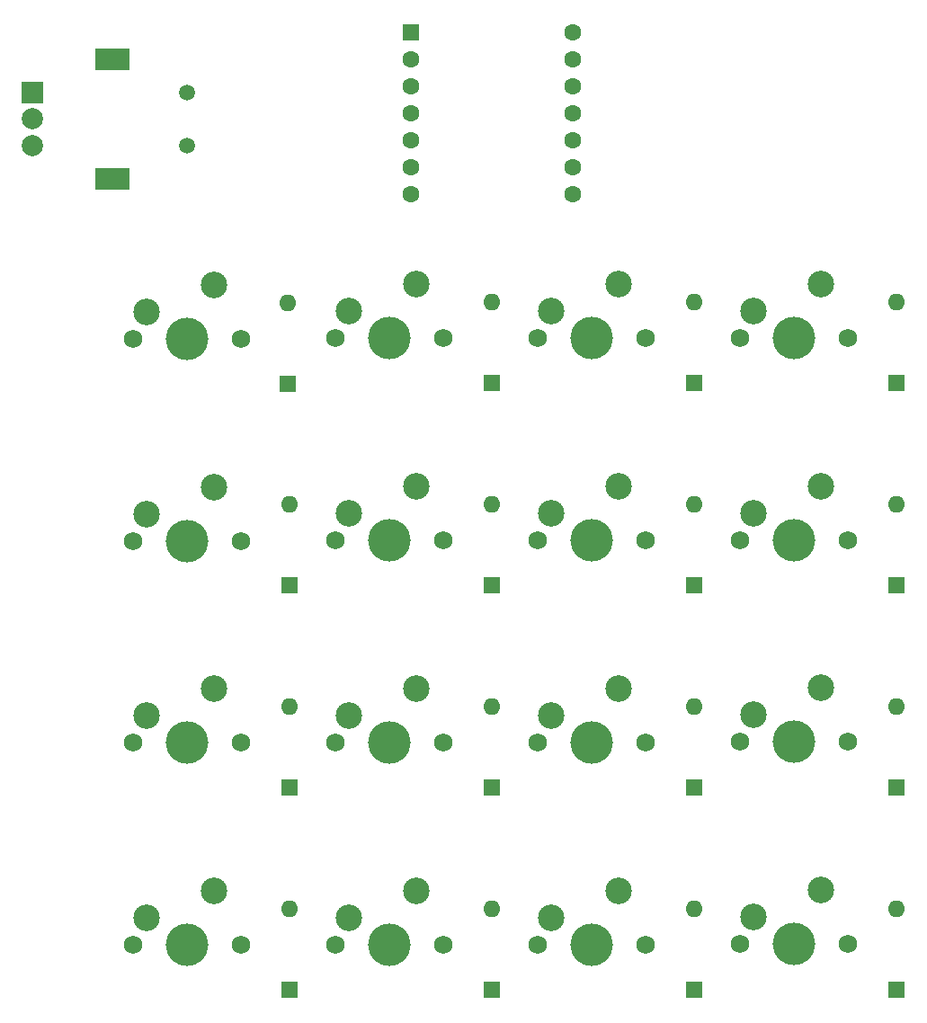
<source format=gbr>
%TF.GenerationSoftware,KiCad,Pcbnew,8.0.5*%
%TF.CreationDate,2024-10-27T13:39:58+01:00*%
%TF.ProjectId,V4.0HackPad,56342e30-4861-4636-9b50-61642e6b6963,3*%
%TF.SameCoordinates,Original*%
%TF.FileFunction,Soldermask,Bot*%
%TF.FilePolarity,Negative*%
%FSLAX46Y46*%
G04 Gerber Fmt 4.6, Leading zero omitted, Abs format (unit mm)*
G04 Created by KiCad (PCBNEW 8.0.5) date 2024-10-27 13:39:58*
%MOMM*%
%LPD*%
G01*
G04 APERTURE LIST*
%ADD10C,1.500000*%
%ADD11R,2.000000X2.000000*%
%ADD12C,2.000000*%
%ADD13R,3.200000X2.000000*%
%ADD14C,1.750000*%
%ADD15C,4.000000*%
%ADD16C,2.500000*%
%ADD17R,1.600000X1.600000*%
%ADD18C,1.600000*%
%ADD19O,1.600000X1.600000*%
G04 APERTURE END LIST*
D10*
%TO.C,SW1*%
X107000000Y-55000000D03*
X107000000Y-60000000D03*
D11*
X92500000Y-55000000D03*
D12*
X92500000Y-60000000D03*
X92500000Y-57500000D03*
D13*
X100000000Y-51900000D03*
X100000000Y-63100000D03*
%TD*%
D14*
%TO.C,S14*%
X159090000Y-97170000D03*
D15*
X164170000Y-97170000D03*
D14*
X169250000Y-97170000D03*
D16*
X160360000Y-94630000D03*
X166710000Y-92090000D03*
%TD*%
D14*
%TO.C,S2*%
X101990000Y-97260000D03*
D15*
X107070000Y-97260000D03*
D14*
X112150000Y-97260000D03*
D16*
X103260000Y-94720000D03*
X109610000Y-92180000D03*
%TD*%
D14*
%TO.C,S11*%
X140040000Y-116210000D03*
D15*
X145120000Y-116210000D03*
D14*
X150200000Y-116210000D03*
D16*
X141310000Y-113670000D03*
X147660000Y-111130000D03*
%TD*%
D14*
%TO.C,S10*%
X140040000Y-97210000D03*
D15*
X145120000Y-97210000D03*
D14*
X150200000Y-97210000D03*
D16*
X141310000Y-94670000D03*
X147660000Y-92130000D03*
%TD*%
D17*
%TO.C,U1*%
X128130000Y-49340000D03*
D18*
X128130000Y-51880000D03*
X128130000Y-54420000D03*
X128130000Y-56960000D03*
X128130000Y-59500000D03*
X128130000Y-62040000D03*
X128130000Y-64580000D03*
X143370000Y-64580000D03*
X143370000Y-62040000D03*
X143370000Y-59500000D03*
X143370000Y-56960000D03*
X143370000Y-54420000D03*
X143370000Y-51880000D03*
X143370000Y-49340000D03*
%TD*%
D14*
%TO.C,S5*%
X120990000Y-78150000D03*
D15*
X126070000Y-78150000D03*
D14*
X131150000Y-78150000D03*
D16*
X122260000Y-75610000D03*
X128610000Y-73070000D03*
%TD*%
D14*
%TO.C,S15*%
X159090000Y-116170000D03*
D15*
X164170000Y-116170000D03*
D14*
X169250000Y-116170000D03*
D16*
X160360000Y-113630000D03*
X166710000Y-111090000D03*
%TD*%
D14*
%TO.C,S16*%
X159090000Y-135210000D03*
D15*
X164170000Y-135210000D03*
D14*
X169250000Y-135210000D03*
D16*
X160360000Y-132670000D03*
X166710000Y-130130000D03*
%TD*%
D14*
%TO.C,S13*%
X159090000Y-78110000D03*
D15*
X164170000Y-78110000D03*
D14*
X169250000Y-78110000D03*
D16*
X160360000Y-75570000D03*
X166710000Y-73030000D03*
%TD*%
D14*
%TO.C,S8*%
X121000000Y-135250000D03*
D15*
X126080000Y-135250000D03*
D14*
X131160000Y-135250000D03*
D16*
X122270000Y-132710000D03*
X128620000Y-130170000D03*
%TD*%
D14*
%TO.C,S3*%
X101990000Y-116260000D03*
D15*
X107070000Y-116260000D03*
D14*
X112150000Y-116260000D03*
D16*
X103260000Y-113720000D03*
X109610000Y-111180000D03*
%TD*%
D14*
%TO.C,S4*%
X101990000Y-135300000D03*
D15*
X107070000Y-135300000D03*
D14*
X112150000Y-135300000D03*
D16*
X103260000Y-132760000D03*
X109610000Y-130220000D03*
%TD*%
D14*
%TO.C,S12*%
X140040000Y-135250000D03*
D15*
X145120000Y-135250000D03*
D14*
X150200000Y-135250000D03*
D16*
X141310000Y-132710000D03*
X147660000Y-130170000D03*
%TD*%
D14*
%TO.C,S6*%
X121000000Y-97210000D03*
D15*
X126080000Y-97210000D03*
D14*
X131160000Y-97210000D03*
D16*
X122270000Y-94670000D03*
X128620000Y-92130000D03*
%TD*%
D14*
%TO.C,S1*%
X101990000Y-78200000D03*
D15*
X107070000Y-78200000D03*
D14*
X112150000Y-78200000D03*
D16*
X103260000Y-75660000D03*
X109610000Y-73120000D03*
%TD*%
D14*
%TO.C,S7*%
X121000000Y-116210000D03*
D15*
X126080000Y-116210000D03*
D14*
X131160000Y-116210000D03*
D16*
X122270000Y-113670000D03*
X128620000Y-111130000D03*
%TD*%
D14*
%TO.C,S9*%
X140090000Y-78110000D03*
D15*
X145170000Y-78110000D03*
D14*
X150250000Y-78110000D03*
D16*
X141360000Y-75570000D03*
X147710000Y-73030000D03*
%TD*%
D17*
%TO.C,D16*%
X173831250Y-139541250D03*
D19*
X173831250Y-131921250D03*
%TD*%
D17*
%TO.C,D7*%
X135731250Y-120491250D03*
D19*
X135731250Y-112871250D03*
%TD*%
D17*
%TO.C,D5*%
X135731250Y-82391250D03*
D19*
X135731250Y-74771250D03*
%TD*%
D17*
%TO.C,D12*%
X154781250Y-139541250D03*
D19*
X154781250Y-131921250D03*
%TD*%
D17*
%TO.C,D1*%
X116500000Y-82410000D03*
D19*
X116500000Y-74790000D03*
%TD*%
D17*
%TO.C,D10*%
X154781250Y-101441250D03*
D19*
X154781250Y-93821250D03*
%TD*%
D17*
%TO.C,D14*%
X173831250Y-101441250D03*
D19*
X173831250Y-93821250D03*
%TD*%
D17*
%TO.C,D13*%
X173831250Y-82391250D03*
D19*
X173831250Y-74771250D03*
%TD*%
D17*
%TO.C,D6*%
X135731250Y-101441250D03*
D19*
X135731250Y-93821250D03*
%TD*%
D17*
%TO.C,D11*%
X154781250Y-120491250D03*
D19*
X154781250Y-112871250D03*
%TD*%
D17*
%TO.C,D2*%
X116681250Y-101441250D03*
D19*
X116681250Y-93821250D03*
%TD*%
D17*
%TO.C,D4*%
X116681250Y-139541250D03*
D19*
X116681250Y-131921250D03*
%TD*%
D17*
%TO.C,D15*%
X173831250Y-120491250D03*
D19*
X173831250Y-112871250D03*
%TD*%
D17*
%TO.C,D8*%
X135731250Y-139541250D03*
D19*
X135731250Y-131921250D03*
%TD*%
D17*
%TO.C,D3*%
X116681250Y-120491250D03*
D19*
X116681250Y-112871250D03*
%TD*%
D17*
%TO.C,D9*%
X154781250Y-82391250D03*
D19*
X154781250Y-74771250D03*
%TD*%
M02*

</source>
